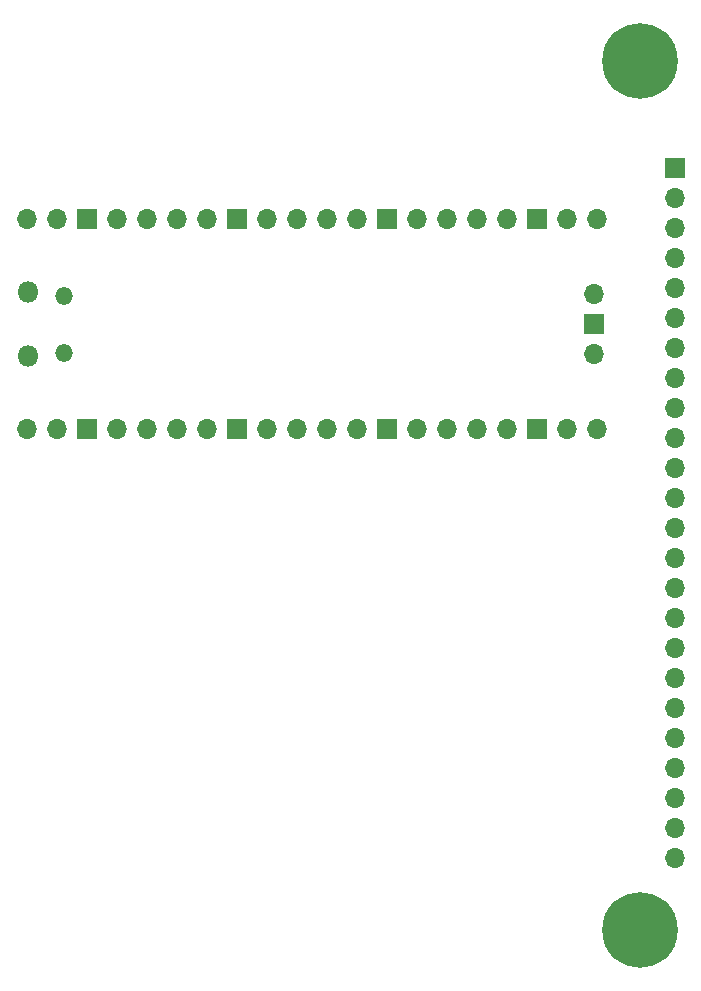
<source format=gbr>
G04 #@! TF.GenerationSoftware,KiCad,Pcbnew,7.0.9-7.0.9~ubuntu22.04.1*
G04 #@! TF.CreationDate,2023-12-12T21:19:09-05:00*
G04 #@! TF.ProjectId,tt03-tester,74743033-2d74-4657-9374-65722e6b6963,rev?*
G04 #@! TF.SameCoordinates,PX41cdb40PY623a7c0*
G04 #@! TF.FileFunction,Soldermask,Bot*
G04 #@! TF.FilePolarity,Negative*
%FSLAX46Y46*%
G04 Gerber Fmt 4.6, Leading zero omitted, Abs format (unit mm)*
G04 Created by KiCad (PCBNEW 7.0.9-7.0.9~ubuntu22.04.1) date 2023-12-12 21:19:09*
%MOMM*%
%LPD*%
G01*
G04 APERTURE LIST*
%ADD10O,1.800000X1.800000*%
%ADD11O,1.500000X1.500000*%
%ADD12O,1.700000X1.700000*%
%ADD13R,1.700000X1.700000*%
%ADD14C,6.400000*%
G04 APERTURE END LIST*
D10*
G04 #@! TO.C,U2*
X11000000Y53275000D03*
D11*
X14030000Y53575000D03*
X14030000Y58425000D03*
D10*
X11000000Y58725000D03*
D12*
X10870000Y47110000D03*
X13410000Y47110000D03*
D13*
X15950000Y47110000D03*
D12*
X18490000Y47110000D03*
X21030000Y47110000D03*
X23570000Y47110000D03*
X26110000Y47110000D03*
D13*
X28650000Y47110000D03*
D12*
X31190000Y47110000D03*
X33730000Y47110000D03*
X36270000Y47110000D03*
X38810000Y47110000D03*
D13*
X41350000Y47110000D03*
D12*
X43890000Y47110000D03*
X46430000Y47110000D03*
X48970000Y47110000D03*
X51510000Y47110000D03*
D13*
X54050000Y47110000D03*
D12*
X56590000Y47110000D03*
X59130000Y47110000D03*
X59130000Y64890000D03*
X56590000Y64890000D03*
D13*
X54050000Y64890000D03*
D12*
X51510000Y64890000D03*
X48970000Y64890000D03*
X46430000Y64890000D03*
X43890000Y64890000D03*
D13*
X41350000Y64890000D03*
D12*
X38810000Y64890000D03*
X36270000Y64890000D03*
X33730000Y64890000D03*
X31190000Y64890000D03*
D13*
X28650000Y64890000D03*
D12*
X26110000Y64890000D03*
X23570000Y64890000D03*
X21030000Y64890000D03*
X18490000Y64890000D03*
D13*
X15950000Y64890000D03*
D12*
X13410000Y64890000D03*
X10870000Y64890000D03*
X58900000Y53460000D03*
D13*
X58900000Y56000000D03*
D12*
X58900000Y58540000D03*
G04 #@! TD*
D13*
G04 #@! TO.C,J2*
X65750000Y69260000D03*
D12*
X65750000Y66720000D03*
X65750000Y64180000D03*
X65750000Y61640000D03*
X65750000Y59100000D03*
X65750000Y56560000D03*
X65750000Y54020000D03*
X65750000Y51480000D03*
X65750000Y48940000D03*
X65750000Y46400000D03*
X65750000Y43860000D03*
X65750000Y41320000D03*
X65750000Y38780000D03*
X65750000Y36240000D03*
X65750000Y33700000D03*
X65750000Y31160000D03*
X65750000Y28620000D03*
X65750000Y26080000D03*
X65750000Y23540000D03*
X65750000Y21000000D03*
X65750000Y18460000D03*
X65750000Y15920000D03*
X65750000Y13380000D03*
X65750000Y10840000D03*
G04 #@! TD*
D14*
G04 #@! TO.C,MT2*
X62750000Y4750000D03*
G04 #@! TD*
G04 #@! TO.C,MT1*
X62750000Y78250000D03*
G04 #@! TD*
M02*

</source>
